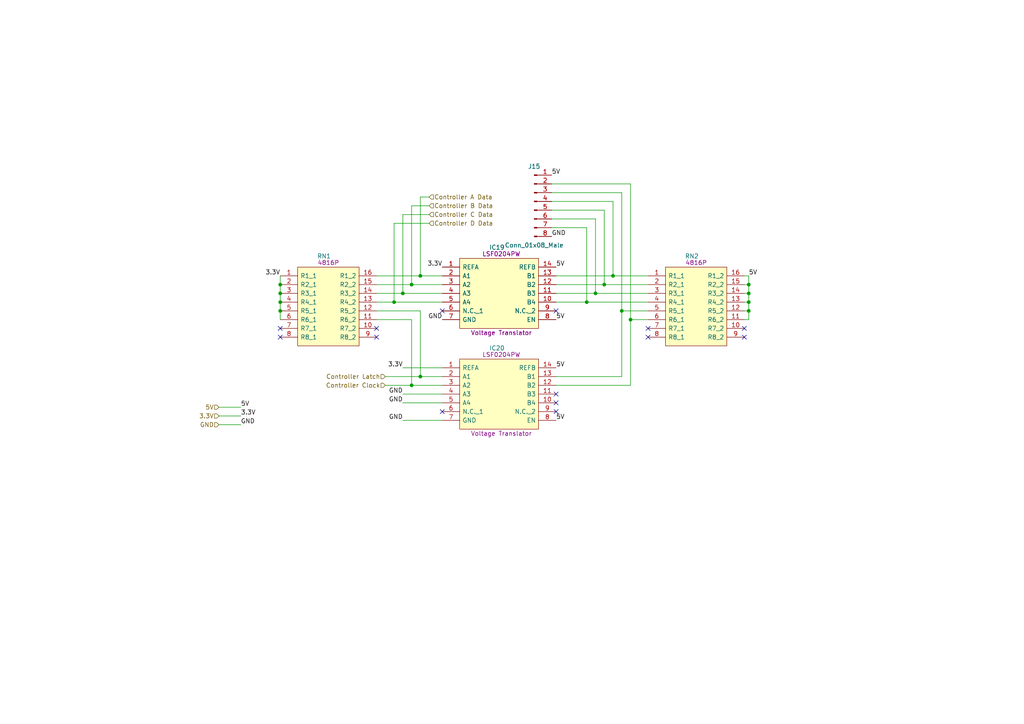
<source format=kicad_sch>
(kicad_sch (version 20230121) (generator eeschema)
  (paper "A4")
  (lib_symbols
    (symbol "4816P-1-222LF_1" (pin_names (offset 0.762))
      (property "Reference" "RN" (at 12.7 5.715 0))
      (property "Silk" "4816P" (at 13.97 3.81 0))
      (symbol "4816P-1-222LF_1_0_0"
        (pin passive line (at 0 0 0) (length 5.08) (name "R1_1") (number "1"))
        (pin passive line (at 27.94 -15.24 180) (length 5.08) (name "R7_2") (number "10"))
        (pin passive line (at 27.94 -12.7 180) (length 5.08) (name "R6_2") (number "11"))
        (pin passive line (at 27.94 -10.16 180) (length 5.08) (name "R5_2") (number "12"))
        (pin passive line (at 27.94 -7.62 180) (length 5.08) (name "R4_2") (number "13"))
        (pin passive line (at 27.94 -5.08 180) (length 5.08) (name "R3_2") (number "14"))
        (pin passive line (at 27.94 -2.54 180) (length 5.08) (name "R2_2") (number "15"))
        (pin passive line (at 27.94 0 180) (length 5.08) (name "R1_2") (number "16"))
        (pin passive line (at 0 -2.54 0) (length 5.08) (name "R2_1") (number "2"))
        (pin passive line (at 0 -5.08 0) (length 5.08) (name "R3_1") (number "3"))
        (pin passive line (at 0 -7.62 0) (length 5.08) (name "R4_1") (number "4"))
        (pin passive line (at 0 -10.16 0) (length 5.08) (name "R5_1") (number "5"))
        (pin passive line (at 0 -12.7 0) (length 5.08) (name "R6_1") (number "6"))
        (pin passive line (at 0 -15.24 0) (length 5.08) (name "R7_1") (number "7"))
        (pin passive line (at 0 -17.78 0) (length 5.08) (name "R8_1") (number "8"))
        (pin passive line (at 27.94 -17.78 180) (length 5.08) (name "R8_2") (number "9"))
      )
      (symbol "4816P-1-222LF_1_0_1"
        (polyline (pts (xy 5.08 2.54) (xy 22.86 2.54) (xy 22.86 -20.32) (xy 5.08 -20.32) (xy 5.08 2.54)) (stroke (width 0.1524)) (fill (type background)))
      )
    )
    (symbol "Bourns:4816P-1-222LF" (pin_names (offset 0.762))
      (property "Reference" "RN" (at 12.7 5.715 0))
      (property "Silk" "4816P" (at 13.97 3.81 0))
      (symbol "4816P-1-222LF_0_0"
        (pin passive line (at 0 0 0) (length 5.08) (name "R1_1") (number "1"))
        (pin passive line (at 27.94 -15.24 180) (length 5.08) (name "R7_2") (number "10"))
        (pin passive line (at 27.94 -12.7 180) (length 5.08) (name "R6_2") (number "11"))
        (pin passive line (at 27.94 -10.16 180) (length 5.08) (name "R5_2") (number "12"))
        (pin passive line (at 27.94 -7.62 180) (length 5.08) (name "R4_2") (number "13"))
        (pin passive line (at 27.94 -5.08 180) (length 5.08) (name "R3_2") (number "14"))
        (pin passive line (at 27.94 -2.54 180) (length 5.08) (name "R2_2") (number "15"))
        (pin passive line (at 27.94 0 180) (length 5.08) (name "R1_2") (number "16"))
        (pin passive line (at 0 -2.54 0) (length 5.08) (name "R2_1") (number "2"))
        (pin passive line (at 0 -5.08 0) (length 5.08) (name "R3_1") (number "3"))
        (pin passive line (at 0 -7.62 0) (length 5.08) (name "R4_1") (number "4"))
        (pin passive line (at 0 -10.16 0) (length 5.08) (name "R5_1") (number "5"))
        (pin passive line (at 0 -12.7 0) (length 5.08) (name "R6_1") (number "6"))
        (pin passive line (at 0 -15.24 0) (length 5.08) (name "R7_1") (number "7"))
        (pin passive line (at 0 -17.78 0) (length 5.08) (name "R8_1") (number "8"))
        (pin passive line (at 27.94 -17.78 180) (length 5.08) (name "R8_2") (number "9"))
      )
      (symbol "4816P-1-222LF_0_1"
        (polyline (pts (xy 5.08 2.54) (xy 22.86 2.54) (xy 22.86 -20.32) (xy 5.08 -20.32) (xy 5.08 2.54)) (stroke (width 0.1524)) (fill (type background)))
      )
    )
    (symbol "Connector:Conn_01x08_Male" (pin_names (offset 1.016) hide)
      (property "Reference" "J" (at 0 10.16 0))
      (property "Value" "Conn_01x08_Male" (at 0 -12.7 0))
      (symbol "Conn_01x08_Male_1_1"
        (polyline (pts (xy 1.27 -10.16) (xy 0.8636 -10.16)) (stroke (width 0.1524)))
        (polyline (pts (xy 1.27 -7.62) (xy 0.8636 -7.62)) (stroke (width 0.1524)))
        (polyline (pts (xy 1.27 -5.08) (xy 0.8636 -5.08)) (stroke (width 0.1524)))
        (polyline (pts (xy 1.27 -2.54) (xy 0.8636 -2.54)) (stroke (width 0.1524)))
        (polyline (pts (xy 1.27 0) (xy 0.8636 0)) (stroke (width 0.1524)))
        (polyline (pts (xy 1.27 2.54) (xy 0.8636 2.54)) (stroke (width 0.1524)))
        (polyline (pts (xy 1.27 5.08) (xy 0.8636 5.08)) (stroke (width 0.1524)))
        (polyline (pts (xy 1.27 7.62) (xy 0.8636 7.62)) (stroke (width 0.1524)))
        (rectangle (start 0.8636 -10.033) (end 0 -10.287) (stroke (width 0.1524)) (fill (type outline)))
        (rectangle (start 0.8636 -7.493) (end 0 -7.747) (stroke (width 0.1524)) (fill (type outline)))
        (rectangle (start 0.8636 -4.953) (end 0 -5.207) (stroke (width 0.1524)) (fill (type outline)))
        (rectangle (start 0.8636 -2.413) (end 0 -2.667) (stroke (width 0.1524)) (fill (type outline)))
        (rectangle (start 0.8636 0.127) (end 0 -0.127) (stroke (width 0.1524)) (fill (type outline)))
        (rectangle (start 0.8636 2.667) (end 0 2.413) (stroke (width 0.1524)) (fill (type outline)))
        (rectangle (start 0.8636 5.207) (end 0 4.953) (stroke (width 0.1524)) (fill (type outline)))
        (rectangle (start 0.8636 7.747) (end 0 7.493) (stroke (width 0.1524)) (fill (type outline)))
        (pin passive line (at 5.08 7.62 180) (length 3.81) (name "Pin_1") (number "1"))
        (pin passive line (at 5.08 5.08 180) (length 3.81) (name "Pin_2") (number "2"))
        (pin passive line (at 5.08 2.54 180) (length 3.81) (name "Pin_3") (number "3"))
        (pin passive line (at 5.08 0 180) (length 3.81) (name "Pin_4") (number "4"))
        (pin passive line (at 5.08 -2.54 180) (length 3.81) (name "Pin_5") (number "5"))
        (pin passive line (at 5.08 -5.08 180) (length 3.81) (name "Pin_6") (number "6"))
        (pin passive line (at 5.08 -7.62 180) (length 3.81) (name "Pin_7") (number "7"))
        (pin passive line (at 5.08 -10.16 180) (length 3.81) (name "Pin_8") (number "8"))
      )
    )
    (symbol "Nexperia:LSF0204PW-Q100J" (pin_names (offset 0.762))
      (property "Reference" "IC" (at 15.875 5.715 0))
      (property "Description" "Voltage Translator" (at 8.255 -19.05 0))
      (property "Silk" "LSF0204PW" (at 17.145 3.81 0))
      (symbol "LSF0204PW-Q100J_0_0"
        (pin passive line (at 0 0 0) (length 5.08) (name "REFA") (number "1"))
        (pin passive line (at 33.02 -10.16 180) (length 5.08) (name "B4") (number "10"))
        (pin passive line (at 33.02 -7.62 180) (length 5.08) (name "B3") (number "11"))
        (pin passive line (at 33.02 -5.08 180) (length 5.08) (name "B2") (number "12"))
        (pin passive line (at 33.02 -2.54 180) (length 5.08) (name "B1") (number "13"))
        (pin passive line (at 33.02 0 180) (length 5.08) (name "REFB") (number "14"))
        (pin passive line (at 0 -2.54 0) (length 5.08) (name "A1") (number "2"))
        (pin passive line (at 0 -5.08 0) (length 5.08) (name "A2") (number "3"))
        (pin passive line (at 0 -7.62 0) (length 5.08) (name "A3") (number "4"))
        (pin passive line (at 0 -10.16 0) (length 5.08) (name "A4") (number "5"))
        (pin passive line (at 0 -12.7 0) (length 5.08) (name "N.C._1") (number "6"))
        (pin passive line (at 0 -15.24 0) (length 5.08) (name "GND") (number "7"))
        (pin passive line (at 33.02 -15.24 180) (length 5.08) (name "EN") (number "8"))
        (pin passive line (at 33.02 -12.7 180) (length 5.08) (name "N.C._2") (number "9"))
      )
      (symbol "LSF0204PW-Q100J_0_1"
        (polyline (pts (xy 5.08 2.54) (xy 27.94 2.54) (xy 27.94 -17.78) (xy 5.08 -17.78) (xy 5.08 2.54)) (stroke (width 0.1524)) (fill (type background)))
      )
    )
  )
  (junction (at 182.88 92.71))
  (junction (at 217.17 85.09))
  (junction (at 81.28 82.55))
  (junction (at 172.72 85.09))
  (junction (at 121.92 80.01))
  (junction (at 116.84 85.09))
  (junction (at 175.26 82.55))
  (junction (at 81.28 87.63))
  (junction (at 81.28 90.17))
  (junction (at 217.17 87.63))
  (junction (at 119.38 111.76))
  (junction (at 217.17 90.17))
  (junction (at 119.38 82.55))
  (junction (at 121.92 109.22))
  (junction (at 81.28 85.09))
  (junction (at 114.3 87.63))
  (junction (at 170.18 87.63))
  (junction (at 177.8 80.01))
  (junction (at 180.34 90.17))
  (junction (at 217.17 82.55))
  (no_connect (at 161.29 114.3))
  (no_connect (at 109.22 95.25))
  (no_connect (at 128.27 119.38))
  (no_connect (at 215.9 95.25))
  (no_connect (at 81.28 95.25))
  (no_connect (at 161.29 90.17))
  (no_connect (at 215.9 97.79))
  (no_connect (at 187.96 97.79))
  (no_connect (at 109.22 97.79))
  (no_connect (at 128.27 90.17))
  (no_connect (at 161.29 119.38))
  (no_connect (at 187.96 95.25))
  (no_connect (at 161.29 116.84))
  (no_connect (at 81.28 97.79))
  (wire (pts (xy 217.17 82.55) (xy 215.9 82.55)))
  (wire (pts (xy 63.5 120.65) (xy 69.85 120.65)))
  (wire (pts (xy 182.88 111.76) (xy 182.88 92.71)))
  (wire (pts (xy 172.72 63.5) (xy 172.72 85.09)))
  (wire (pts (xy 161.29 82.55) (xy 175.26 82.55)))
  (wire (pts (xy 116.84 116.84) (xy 128.27 116.84)))
  (wire (pts (xy 217.17 82.55) (xy 217.17 85.09)))
  (wire (pts (xy 116.84 121.92) (xy 128.27 121.92)))
  (wire (pts (xy 81.28 82.55) (xy 81.28 85.09)))
  (wire (pts (xy 116.84 114.3) (xy 128.27 114.3)))
  (wire (pts (xy 81.28 85.09) (xy 81.28 87.63)))
  (wire (pts (xy 109.22 92.71) (xy 119.38 92.71)))
  (wire (pts (xy 217.17 90.17) (xy 217.17 92.71)))
  (wire (pts (xy 160.02 55.88) (xy 180.34 55.88)))
  (wire (pts (xy 109.22 87.63) (xy 114.3 87.63)))
  (wire (pts (xy 170.18 66.04) (xy 170.18 87.63)))
  (wire (pts (xy 182.88 53.34) (xy 160.02 53.34)))
  (wire (pts (xy 217.17 87.63) (xy 217.17 90.17)))
  (wire (pts (xy 81.28 90.17) (xy 81.28 92.71)))
  (wire (pts (xy 160.02 60.96) (xy 175.26 60.96)))
  (wire (pts (xy 116.84 62.23) (xy 124.46 62.23)))
  (wire (pts (xy 217.17 90.17) (xy 215.9 90.17)))
  (wire (pts (xy 119.38 59.69) (xy 119.38 82.55)))
  (wire (pts (xy 161.29 87.63) (xy 170.18 87.63)))
  (wire (pts (xy 217.17 85.09) (xy 217.17 87.63)))
  (wire (pts (xy 63.5 123.19) (xy 69.85 123.19)))
  (wire (pts (xy 180.34 90.17) (xy 187.96 90.17)))
  (wire (pts (xy 109.22 85.09) (xy 116.84 85.09)))
  (wire (pts (xy 121.92 80.01) (xy 121.92 57.15)))
  (wire (pts (xy 119.38 111.76) (xy 128.27 111.76)))
  (wire (pts (xy 114.3 87.63) (xy 128.27 87.63)))
  (wire (pts (xy 161.29 80.01) (xy 177.8 80.01)))
  (wire (pts (xy 160.02 63.5) (xy 172.72 63.5)))
  (wire (pts (xy 182.88 92.71) (xy 187.96 92.71)))
  (wire (pts (xy 116.84 85.09) (xy 128.27 85.09)))
  (wire (pts (xy 109.22 90.17) (xy 121.92 90.17)))
  (wire (pts (xy 215.9 92.71) (xy 217.17 92.71)))
  (wire (pts (xy 177.8 80.01) (xy 187.96 80.01)))
  (wire (pts (xy 119.38 82.55) (xy 128.27 82.55)))
  (wire (pts (xy 119.38 59.69) (xy 124.46 59.69)))
  (wire (pts (xy 121.92 80.01) (xy 128.27 80.01)))
  (wire (pts (xy 217.17 80.01) (xy 217.17 82.55)))
  (wire (pts (xy 109.22 80.01) (xy 121.92 80.01)))
  (wire (pts (xy 175.26 82.55) (xy 187.96 82.55)))
  (wire (pts (xy 121.92 109.22) (xy 128.27 109.22)))
  (wire (pts (xy 81.28 80.01) (xy 81.28 82.55)))
  (wire (pts (xy 114.3 64.77) (xy 124.46 64.77)))
  (wire (pts (xy 215.9 87.63) (xy 217.17 87.63)))
  (wire (pts (xy 182.88 92.71) (xy 182.88 53.34)))
  (wire (pts (xy 81.28 87.63) (xy 81.28 90.17)))
  (wire (pts (xy 172.72 85.09) (xy 187.96 85.09)))
  (wire (pts (xy 177.8 58.42) (xy 177.8 80.01)))
  (wire (pts (xy 180.34 90.17) (xy 180.34 109.22)))
  (wire (pts (xy 121.92 90.17) (xy 121.92 109.22)))
  (wire (pts (xy 121.92 57.15) (xy 124.46 57.15)))
  (wire (pts (xy 109.22 82.55) (xy 119.38 82.55)))
  (wire (pts (xy 116.84 62.23) (xy 116.84 85.09)))
  (wire (pts (xy 160.02 58.42) (xy 177.8 58.42)))
  (wire (pts (xy 161.29 85.09) (xy 172.72 85.09)))
  (wire (pts (xy 119.38 92.71) (xy 119.38 111.76)))
  (wire (pts (xy 111.76 109.22) (xy 121.92 109.22)))
  (wire (pts (xy 180.34 109.22) (xy 161.29 109.22)))
  (wire (pts (xy 161.29 111.76) (xy 182.88 111.76)))
  (wire (pts (xy 175.26 60.96) (xy 175.26 82.55)))
  (wire (pts (xy 160.02 66.04) (xy 170.18 66.04)))
  (wire (pts (xy 217.17 80.01) (xy 215.9 80.01)))
  (wire (pts (xy 63.5 118.11) (xy 69.85 118.11)))
  (wire (pts (xy 180.34 55.88) (xy 180.34 90.17)))
  (wire (pts (xy 116.84 106.68) (xy 128.27 106.68)))
  (wire (pts (xy 111.76 111.76) (xy 119.38 111.76)))
  (wire (pts (xy 215.9 85.09) (xy 217.17 85.09)))
  (wire (pts (xy 170.18 87.63) (xy 187.96 87.63)))
  (wire (pts (xy 114.3 64.77) (xy 114.3 87.63)))
  (label "3.3V" (at 128.27 77.47 180))
  (label "GND" (at 116.84 114.3 180))
  (label "5V" (at 161.29 106.68 0))
  (label "5V" (at 161.29 121.92 0))
  (label "3.3V" (at 69.85 120.65 0))
  (label "5V" (at 69.85 118.11 0))
  (label "GND" (at 128.27 92.71 180))
  (label "GND" (at 116.84 121.92 180))
  (label "5V" (at 161.29 92.71 0))
  (label "GND" (at 116.84 116.84 180))
  (label "3.3V" (at 116.84 106.68 180))
  (label "3.3V" (at 81.28 80.01 180))
  (label "5V" (at 217.17 80.01 0))
  (label "GND" (at 69.85 123.19 0))
  (label "5V" (at 161.29 77.47 0))
  (label "GND" (at 160.02 68.58 0))
  (label "5V" (at 160.02 50.8 0))
  (hierarchical_label "GND" (shape input) (at 63.5 123.19 180))
  (hierarchical_label "Controller D Data" (shape input) (at 124.46 64.77 0))
  (hierarchical_label "Controller Latch" (shape input) (at 111.76 109.22 180))
  (hierarchical_label "5V" (shape input) (at 63.5 118.11 180))
  (hierarchical_label "Controller Clock" (shape input) (at 111.76 111.76 180))
  (hierarchical_label "3.3V" (shape input) (at 63.5 120.65 180))
  (hierarchical_label "Controller C Data" (shape input) (at 124.46 62.23 0))
  (hierarchical_label "Controller B Data" (shape input) (at 124.46 59.69 0))
  (hierarchical_label "Controller A Data" (shape input) (at 124.46 57.15 0))
  (symbol (lib_id "Bourns:4816P-1-222LF") (at 81.28 80.01 0) (unit 1)
    (property "Reference" "RN1" (at 93.98 74.295 0))
    (property "Value" "4816P-1-222LF" (effects hide))
    (property "Footprint" "SOIC127P762X215-16N" (effects hide))
    (property "Datasheet" "https://www.bourns.com/pdfs/4800P.pdf" (effects hide))
    (property "Description" "2.2k Isolated Resistor Network" (effects hide))
    (property "Height" "2.15" (effects hide))
    (property "Manufacturer_Name" "Bourns" (effects hide))
    (property "Manufacturer_Part_Number" "4816P-1-222LF" (effects hide))
    (property "Mouser Part Number" "652-4816P-1LF-2.2K" (effects hide))
    (property "Mouser Price/Stock" "https://www.mouser.co.uk/ProductDetail/Bourns/4816P-1-222LF?qs=RWPSkEkPOWyLUoLiQ8qlEw%3D%3D" (effects hide))
    (property "Arrow Part Number" "4816P-1-222LF" (effects hide))
    (property "Arrow Price/Stock" "https://www.arrow.com/en/products/4816p-1-222lf/bourns" (effects hide))
    (property "Silk" "4816P" (at 95.25 76.2 0))
  )
  (symbol (lib_id "Connector:Conn_01x08_Male") (at 154.94 58.42 0) (unit 1)
    (property "Reference" "J15" (at 154.94 48.26 0))
    (property "Value" "Conn_01x08_Male" (at 154.94 71.12 0))
    (property "Footprint" "Connector_PinHeader_2.54mm:PinHeader_1x08_P2.54mm_Vertical" (effects hide))
  )
  (symbol (lib_name "4816P-1-222LF_1") (lib_id "Bourns:4816P-1-222LF") (at 187.96 80.01 0) (unit 1)
    (property "Reference" "RN2" (at 200.66 74.295 0))
    (property "Value" "4816P-1-222LF" (effects hide))
    (property "Footprint" "SOIC127P762X215-16N" (effects hide))
    (property "Datasheet" "https://www.bourns.com/pdfs/4800P.pdf" (effects hide))
    (property "Description" "2.2k Isolated Resistor Network" (effects hide))
    (property "Height" "2.15" (effects hide))
    (property "Manufacturer_Name" "Bourns" (effects hide))
    (property "Manufacturer_Part_Number" "4816P-1-222LF" (effects hide))
    (property "Mouser Part Number" "652-4816P-1LF-2.2K" (effects hide))
    (property "Mouser Price/Stock" "https://www.mouser.co.uk/ProductDetail/Bourns/4816P-1-222LF?qs=RWPSkEkPOWyLUoLiQ8qlEw%3D%3D" (effects hide))
    (property "Arrow Part Number" "4816P-1-222LF" (effects hide))
    (property "Arrow Price/Stock" "https://www.arrow.com/en/products/4816p-1-222lf/bourns" (effects hide))
    (property "Silk" "4816P" (at 201.93 76.2 0))
  )
  (symbol (lib_id "Nexperia:LSF0204PW-Q100J") (at 128.27 106.68 0) (unit 1)
    (property "Reference" "IC20" (at 144.145 100.965 0))
    (property "Value" "LSF0204PW-Q100J" (effects hide))
    (property "Footprint" "SOP65P640X110-14N" (effects hide))
    (property "Datasheet" "https://assets.nexperia.com/documents/data-sheet/LSF0204_Q100.pdf" (effects hide))
    (property "Description" "Voltage Translator" (at 136.525 125.73 0) (effects (justify left)))
    (property "Height" "1.1" (effects hide))
    (property "Mouser Part Number" "771-LSF0204PW-Q100J" (effects hide))
    (property "Mouser Price/Stock" "https://www.mouser.co.uk/ProductDetail/Nexperia/LSF0204PW-Q100J?qs=DPoM0jnrROXA8naUdxkzeA%3D%3D" (effects hide))
    (property "Manufacturer_Name" "Nexperia" (effects hide))
    (property "Manufacturer_Part_Number" "LSF0204PW-Q100J" (effects hide))
    (property "Silk" "LSF0204PW" (at 145.415 102.87 0))
  )
  (symbol (lib_id "Nexperia:LSF0204PW-Q100J") (at 128.27 77.47 0) (unit 1)
    (property "Reference" "IC19" (at 144.145 71.755 0))
    (property "Value" "LSF0204PW-Q100J" (effects hide))
    (property "Footprint" "SOP65P640X110-14N" (effects hide))
    (property "Datasheet" "https://assets.nexperia.com/documents/data-sheet/LSF0204_Q100.pdf" (effects hide))
    (property "Description" "Voltage Translator" (at 136.525 96.52 0) (effects (justify left)))
    (property "Height" "1.1" (effects hide))
    (property "Mouser Part Number" "771-LSF0204PW-Q100J" (effects hide))
    (property "Mouser Price/Stock" "https://www.mouser.co.uk/ProductDetail/Nexperia/LSF0204PW-Q100J?qs=DPoM0jnrROXA8naUdxkzeA%3D%3D" (effects hide))
    (property "Manufacturer_Name" "Nexperia" (effects hide))
    (property "Manufacturer_Part_Number" "LSF0204PW-Q100J" (effects hide))
    (property "Silk" "LSF0204PW" (at 145.415 73.66 0))
  )
)
</source>
